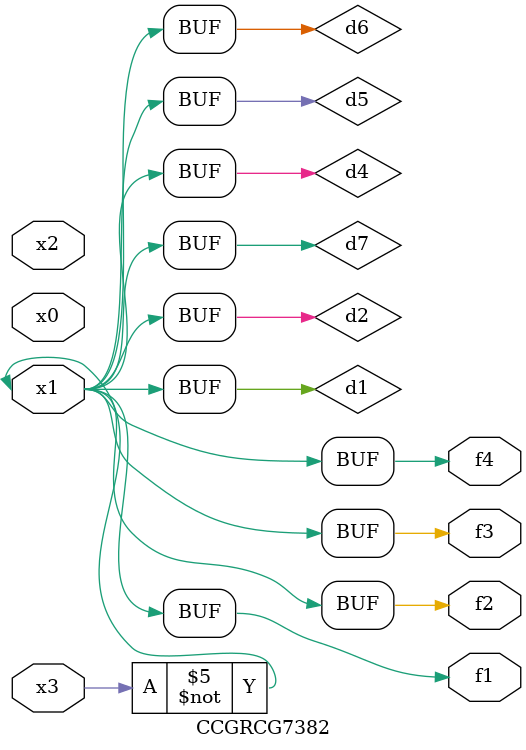
<source format=v>
module CCGRCG7382(
	input x0, x1, x2, x3,
	output f1, f2, f3, f4
);

	wire d1, d2, d3, d4, d5, d6, d7;

	not (d1, x3);
	buf (d2, x1);
	xnor (d3, d1, d2);
	nor (d4, d1);
	buf (d5, d1, d2);
	buf (d6, d4, d5);
	nand (d7, d4);
	assign f1 = d6;
	assign f2 = d7;
	assign f3 = d6;
	assign f4 = d6;
endmodule

</source>
